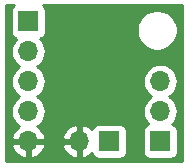
<source format=gbl>
G04 #@! TF.GenerationSoftware,KiCad,Pcbnew,5.1.2-f72e74a~84~ubuntu16.04.1*
G04 #@! TF.CreationDate,2019-07-19T18:16:20+01:00*
G04 #@! TF.ProjectId,DigitalPot,44696769-7461-46c5-906f-742e6b696361,rev?*
G04 #@! TF.SameCoordinates,Original*
G04 #@! TF.FileFunction,Copper,L2,Bot*
G04 #@! TF.FilePolarity,Positive*
%FSLAX46Y46*%
G04 Gerber Fmt 4.6, Leading zero omitted, Abs format (unit mm)*
G04 Created by KiCad (PCBNEW 5.1.2-f72e74a~84~ubuntu16.04.1) date 2019-07-19 18:16:20*
%MOMM*%
%LPD*%
G04 APERTURE LIST*
%ADD10R,1.700000X1.700000*%
%ADD11O,1.700000X1.700000*%
%ADD12C,0.254000*%
G04 APERTURE END LIST*
D10*
X151892000Y-73914000D03*
D11*
X149352000Y-73914000D03*
D10*
X145034000Y-63754000D03*
D11*
X145034000Y-66294000D03*
X145034000Y-68834000D03*
X145034000Y-71374000D03*
X145034000Y-73914000D03*
D10*
X156210000Y-73914000D03*
D11*
X156210000Y-71374000D03*
X156210000Y-68834000D03*
D12*
G36*
X143732815Y-62452815D02*
G01*
X143653463Y-62549506D01*
X143594498Y-62659820D01*
X143558188Y-62779518D01*
X143545928Y-62904000D01*
X143545928Y-64604000D01*
X143558188Y-64728482D01*
X143594498Y-64848180D01*
X143653463Y-64958494D01*
X143732815Y-65055185D01*
X143829506Y-65134537D01*
X143939820Y-65193502D01*
X144008687Y-65214393D01*
X143978866Y-65238866D01*
X143793294Y-65464986D01*
X143655401Y-65722966D01*
X143570487Y-66002889D01*
X143541815Y-66294000D01*
X143570487Y-66585111D01*
X143655401Y-66865034D01*
X143793294Y-67123014D01*
X143978866Y-67349134D01*
X144204986Y-67534706D01*
X144259791Y-67564000D01*
X144204986Y-67593294D01*
X143978866Y-67778866D01*
X143793294Y-68004986D01*
X143655401Y-68262966D01*
X143570487Y-68542889D01*
X143541815Y-68834000D01*
X143570487Y-69125111D01*
X143655401Y-69405034D01*
X143793294Y-69663014D01*
X143978866Y-69889134D01*
X144204986Y-70074706D01*
X144259791Y-70104000D01*
X144204986Y-70133294D01*
X143978866Y-70318866D01*
X143793294Y-70544986D01*
X143655401Y-70802966D01*
X143570487Y-71082889D01*
X143541815Y-71374000D01*
X143570487Y-71665111D01*
X143655401Y-71945034D01*
X143793294Y-72203014D01*
X143978866Y-72429134D01*
X144204986Y-72614706D01*
X144269523Y-72649201D01*
X144152645Y-72718822D01*
X143936412Y-72913731D01*
X143762359Y-73147080D01*
X143637175Y-73409901D01*
X143592524Y-73557110D01*
X143713845Y-73787000D01*
X144907000Y-73787000D01*
X144907000Y-73767000D01*
X145161000Y-73767000D01*
X145161000Y-73787000D01*
X146354155Y-73787000D01*
X146475476Y-73557110D01*
X146475476Y-73557109D01*
X147910519Y-73557109D01*
X148031186Y-73787000D01*
X149225000Y-73787000D01*
X149225000Y-72593845D01*
X149479000Y-72593845D01*
X149479000Y-73787000D01*
X149499000Y-73787000D01*
X149499000Y-74041000D01*
X149479000Y-74041000D01*
X149479000Y-75234155D01*
X149708890Y-75355476D01*
X149856099Y-75310825D01*
X150118920Y-75185641D01*
X150352269Y-75011588D01*
X150428034Y-74927534D01*
X150452498Y-75008180D01*
X150511463Y-75118494D01*
X150590815Y-75215185D01*
X150687506Y-75294537D01*
X150797820Y-75353502D01*
X150917518Y-75389812D01*
X151042000Y-75402072D01*
X152742000Y-75402072D01*
X152866482Y-75389812D01*
X152986180Y-75353502D01*
X153096494Y-75294537D01*
X153193185Y-75215185D01*
X153272537Y-75118494D01*
X153331502Y-75008180D01*
X153367812Y-74888482D01*
X153380072Y-74764000D01*
X153380072Y-73064000D01*
X153367812Y-72939518D01*
X153331502Y-72819820D01*
X153272537Y-72709506D01*
X153193185Y-72612815D01*
X153096494Y-72533463D01*
X152986180Y-72474498D01*
X152866482Y-72438188D01*
X152742000Y-72425928D01*
X151042000Y-72425928D01*
X150917518Y-72438188D01*
X150797820Y-72474498D01*
X150687506Y-72533463D01*
X150590815Y-72612815D01*
X150511463Y-72709506D01*
X150452498Y-72819820D01*
X150428034Y-72900466D01*
X150352269Y-72816412D01*
X150118920Y-72642359D01*
X149856099Y-72517175D01*
X149708890Y-72472524D01*
X149479000Y-72593845D01*
X149225000Y-72593845D01*
X148995110Y-72472524D01*
X148847901Y-72517175D01*
X148585080Y-72642359D01*
X148351731Y-72816412D01*
X148156822Y-73032645D01*
X148007843Y-73282748D01*
X147910519Y-73557109D01*
X146475476Y-73557109D01*
X146430825Y-73409901D01*
X146305641Y-73147080D01*
X146131588Y-72913731D01*
X145915355Y-72718822D01*
X145798477Y-72649201D01*
X145863014Y-72614706D01*
X146089134Y-72429134D01*
X146274706Y-72203014D01*
X146412599Y-71945034D01*
X146497513Y-71665111D01*
X146526185Y-71374000D01*
X146497513Y-71082889D01*
X146412599Y-70802966D01*
X146274706Y-70544986D01*
X146089134Y-70318866D01*
X145863014Y-70133294D01*
X145808209Y-70104000D01*
X145863014Y-70074706D01*
X146089134Y-69889134D01*
X146274706Y-69663014D01*
X146412599Y-69405034D01*
X146497513Y-69125111D01*
X146526185Y-68834000D01*
X154717815Y-68834000D01*
X154746487Y-69125111D01*
X154831401Y-69405034D01*
X154969294Y-69663014D01*
X155154866Y-69889134D01*
X155380986Y-70074706D01*
X155435791Y-70104000D01*
X155380986Y-70133294D01*
X155154866Y-70318866D01*
X154969294Y-70544986D01*
X154831401Y-70802966D01*
X154746487Y-71082889D01*
X154717815Y-71374000D01*
X154746487Y-71665111D01*
X154831401Y-71945034D01*
X154969294Y-72203014D01*
X155154866Y-72429134D01*
X155184687Y-72453607D01*
X155115820Y-72474498D01*
X155005506Y-72533463D01*
X154908815Y-72612815D01*
X154829463Y-72709506D01*
X154770498Y-72819820D01*
X154734188Y-72939518D01*
X154721928Y-73064000D01*
X154721928Y-74764000D01*
X154734188Y-74888482D01*
X154770498Y-75008180D01*
X154829463Y-75118494D01*
X154908815Y-75215185D01*
X155005506Y-75294537D01*
X155115820Y-75353502D01*
X155235518Y-75389812D01*
X155360000Y-75402072D01*
X157060000Y-75402072D01*
X157184482Y-75389812D01*
X157304180Y-75353502D01*
X157414494Y-75294537D01*
X157511185Y-75215185D01*
X157590537Y-75118494D01*
X157649502Y-75008180D01*
X157685812Y-74888482D01*
X157698072Y-74764000D01*
X157698072Y-73064000D01*
X157685812Y-72939518D01*
X157649502Y-72819820D01*
X157590537Y-72709506D01*
X157511185Y-72612815D01*
X157414494Y-72533463D01*
X157304180Y-72474498D01*
X157235313Y-72453607D01*
X157265134Y-72429134D01*
X157450706Y-72203014D01*
X157588599Y-71945034D01*
X157673513Y-71665111D01*
X157702185Y-71374000D01*
X157673513Y-71082889D01*
X157588599Y-70802966D01*
X157450706Y-70544986D01*
X157265134Y-70318866D01*
X157039014Y-70133294D01*
X156984209Y-70104000D01*
X157039014Y-70074706D01*
X157265134Y-69889134D01*
X157450706Y-69663014D01*
X157588599Y-69405034D01*
X157673513Y-69125111D01*
X157702185Y-68834000D01*
X157673513Y-68542889D01*
X157588599Y-68262966D01*
X157450706Y-68004986D01*
X157265134Y-67778866D01*
X157039014Y-67593294D01*
X156781034Y-67455401D01*
X156501111Y-67370487D01*
X156282950Y-67349000D01*
X156137050Y-67349000D01*
X155918889Y-67370487D01*
X155638966Y-67455401D01*
X155380986Y-67593294D01*
X155154866Y-67778866D01*
X154969294Y-68004986D01*
X154831401Y-68262966D01*
X154746487Y-68542889D01*
X154717815Y-68834000D01*
X146526185Y-68834000D01*
X146497513Y-68542889D01*
X146412599Y-68262966D01*
X146274706Y-68004986D01*
X146089134Y-67778866D01*
X145863014Y-67593294D01*
X145808209Y-67564000D01*
X145863014Y-67534706D01*
X146089134Y-67349134D01*
X146274706Y-67123014D01*
X146412599Y-66865034D01*
X146497513Y-66585111D01*
X146526185Y-66294000D01*
X146497513Y-66002889D01*
X146412599Y-65722966D01*
X146274706Y-65464986D01*
X146089134Y-65238866D01*
X146059313Y-65214393D01*
X146128180Y-65193502D01*
X146238494Y-65134537D01*
X146335185Y-65055185D01*
X146414537Y-64958494D01*
X146473502Y-64848180D01*
X146509812Y-64728482D01*
X146522072Y-64604000D01*
X146522072Y-64345117D01*
X154221000Y-64345117D01*
X154221000Y-64686883D01*
X154287675Y-65022081D01*
X154418463Y-65337831D01*
X154608337Y-65621998D01*
X154850002Y-65863663D01*
X155134169Y-66053537D01*
X155449919Y-66184325D01*
X155785117Y-66251000D01*
X156126883Y-66251000D01*
X156462081Y-66184325D01*
X156777831Y-66053537D01*
X157061998Y-65863663D01*
X157303663Y-65621998D01*
X157493537Y-65337831D01*
X157624325Y-65022081D01*
X157691000Y-64686883D01*
X157691000Y-64345117D01*
X157624325Y-64009919D01*
X157493537Y-63694169D01*
X157303663Y-63410002D01*
X157061998Y-63168337D01*
X156777831Y-62978463D01*
X156462081Y-62847675D01*
X156126883Y-62781000D01*
X155785117Y-62781000D01*
X155449919Y-62847675D01*
X155134169Y-62978463D01*
X154850002Y-63168337D01*
X154608337Y-63410002D01*
X154418463Y-63694169D01*
X154287675Y-64009919D01*
X154221000Y-64345117D01*
X146522072Y-64345117D01*
X146522072Y-62904000D01*
X146509812Y-62779518D01*
X146473502Y-62659820D01*
X146414537Y-62549506D01*
X146335185Y-62452815D01*
X146248896Y-62382000D01*
X158090000Y-62382000D01*
X158090001Y-75540000D01*
X143154000Y-75540000D01*
X143154000Y-74270890D01*
X143592524Y-74270890D01*
X143637175Y-74418099D01*
X143762359Y-74680920D01*
X143936412Y-74914269D01*
X144152645Y-75109178D01*
X144402748Y-75258157D01*
X144677109Y-75355481D01*
X144907000Y-75234814D01*
X144907000Y-74041000D01*
X145161000Y-74041000D01*
X145161000Y-75234814D01*
X145390891Y-75355481D01*
X145665252Y-75258157D01*
X145915355Y-75109178D01*
X146131588Y-74914269D01*
X146305641Y-74680920D01*
X146430825Y-74418099D01*
X146475475Y-74270891D01*
X147910519Y-74270891D01*
X148007843Y-74545252D01*
X148156822Y-74795355D01*
X148351731Y-75011588D01*
X148585080Y-75185641D01*
X148847901Y-75310825D01*
X148995110Y-75355476D01*
X149225000Y-75234155D01*
X149225000Y-74041000D01*
X148031186Y-74041000D01*
X147910519Y-74270891D01*
X146475475Y-74270891D01*
X146475476Y-74270890D01*
X146354155Y-74041000D01*
X145161000Y-74041000D01*
X144907000Y-74041000D01*
X143713845Y-74041000D01*
X143592524Y-74270890D01*
X143154000Y-74270890D01*
X143154000Y-62382000D01*
X143819104Y-62382000D01*
X143732815Y-62452815D01*
X143732815Y-62452815D01*
G37*
X143732815Y-62452815D02*
X143653463Y-62549506D01*
X143594498Y-62659820D01*
X143558188Y-62779518D01*
X143545928Y-62904000D01*
X143545928Y-64604000D01*
X143558188Y-64728482D01*
X143594498Y-64848180D01*
X143653463Y-64958494D01*
X143732815Y-65055185D01*
X143829506Y-65134537D01*
X143939820Y-65193502D01*
X144008687Y-65214393D01*
X143978866Y-65238866D01*
X143793294Y-65464986D01*
X143655401Y-65722966D01*
X143570487Y-66002889D01*
X143541815Y-66294000D01*
X143570487Y-66585111D01*
X143655401Y-66865034D01*
X143793294Y-67123014D01*
X143978866Y-67349134D01*
X144204986Y-67534706D01*
X144259791Y-67564000D01*
X144204986Y-67593294D01*
X143978866Y-67778866D01*
X143793294Y-68004986D01*
X143655401Y-68262966D01*
X143570487Y-68542889D01*
X143541815Y-68834000D01*
X143570487Y-69125111D01*
X143655401Y-69405034D01*
X143793294Y-69663014D01*
X143978866Y-69889134D01*
X144204986Y-70074706D01*
X144259791Y-70104000D01*
X144204986Y-70133294D01*
X143978866Y-70318866D01*
X143793294Y-70544986D01*
X143655401Y-70802966D01*
X143570487Y-71082889D01*
X143541815Y-71374000D01*
X143570487Y-71665111D01*
X143655401Y-71945034D01*
X143793294Y-72203014D01*
X143978866Y-72429134D01*
X144204986Y-72614706D01*
X144269523Y-72649201D01*
X144152645Y-72718822D01*
X143936412Y-72913731D01*
X143762359Y-73147080D01*
X143637175Y-73409901D01*
X143592524Y-73557110D01*
X143713845Y-73787000D01*
X144907000Y-73787000D01*
X144907000Y-73767000D01*
X145161000Y-73767000D01*
X145161000Y-73787000D01*
X146354155Y-73787000D01*
X146475476Y-73557110D01*
X146475476Y-73557109D01*
X147910519Y-73557109D01*
X148031186Y-73787000D01*
X149225000Y-73787000D01*
X149225000Y-72593845D01*
X149479000Y-72593845D01*
X149479000Y-73787000D01*
X149499000Y-73787000D01*
X149499000Y-74041000D01*
X149479000Y-74041000D01*
X149479000Y-75234155D01*
X149708890Y-75355476D01*
X149856099Y-75310825D01*
X150118920Y-75185641D01*
X150352269Y-75011588D01*
X150428034Y-74927534D01*
X150452498Y-75008180D01*
X150511463Y-75118494D01*
X150590815Y-75215185D01*
X150687506Y-75294537D01*
X150797820Y-75353502D01*
X150917518Y-75389812D01*
X151042000Y-75402072D01*
X152742000Y-75402072D01*
X152866482Y-75389812D01*
X152986180Y-75353502D01*
X153096494Y-75294537D01*
X153193185Y-75215185D01*
X153272537Y-75118494D01*
X153331502Y-75008180D01*
X153367812Y-74888482D01*
X153380072Y-74764000D01*
X153380072Y-73064000D01*
X153367812Y-72939518D01*
X153331502Y-72819820D01*
X153272537Y-72709506D01*
X153193185Y-72612815D01*
X153096494Y-72533463D01*
X152986180Y-72474498D01*
X152866482Y-72438188D01*
X152742000Y-72425928D01*
X151042000Y-72425928D01*
X150917518Y-72438188D01*
X150797820Y-72474498D01*
X150687506Y-72533463D01*
X150590815Y-72612815D01*
X150511463Y-72709506D01*
X150452498Y-72819820D01*
X150428034Y-72900466D01*
X150352269Y-72816412D01*
X150118920Y-72642359D01*
X149856099Y-72517175D01*
X149708890Y-72472524D01*
X149479000Y-72593845D01*
X149225000Y-72593845D01*
X148995110Y-72472524D01*
X148847901Y-72517175D01*
X148585080Y-72642359D01*
X148351731Y-72816412D01*
X148156822Y-73032645D01*
X148007843Y-73282748D01*
X147910519Y-73557109D01*
X146475476Y-73557109D01*
X146430825Y-73409901D01*
X146305641Y-73147080D01*
X146131588Y-72913731D01*
X145915355Y-72718822D01*
X145798477Y-72649201D01*
X145863014Y-72614706D01*
X146089134Y-72429134D01*
X146274706Y-72203014D01*
X146412599Y-71945034D01*
X146497513Y-71665111D01*
X146526185Y-71374000D01*
X146497513Y-71082889D01*
X146412599Y-70802966D01*
X146274706Y-70544986D01*
X146089134Y-70318866D01*
X145863014Y-70133294D01*
X145808209Y-70104000D01*
X145863014Y-70074706D01*
X146089134Y-69889134D01*
X146274706Y-69663014D01*
X146412599Y-69405034D01*
X146497513Y-69125111D01*
X146526185Y-68834000D01*
X154717815Y-68834000D01*
X154746487Y-69125111D01*
X154831401Y-69405034D01*
X154969294Y-69663014D01*
X155154866Y-69889134D01*
X155380986Y-70074706D01*
X155435791Y-70104000D01*
X155380986Y-70133294D01*
X155154866Y-70318866D01*
X154969294Y-70544986D01*
X154831401Y-70802966D01*
X154746487Y-71082889D01*
X154717815Y-71374000D01*
X154746487Y-71665111D01*
X154831401Y-71945034D01*
X154969294Y-72203014D01*
X155154866Y-72429134D01*
X155184687Y-72453607D01*
X155115820Y-72474498D01*
X155005506Y-72533463D01*
X154908815Y-72612815D01*
X154829463Y-72709506D01*
X154770498Y-72819820D01*
X154734188Y-72939518D01*
X154721928Y-73064000D01*
X154721928Y-74764000D01*
X154734188Y-74888482D01*
X154770498Y-75008180D01*
X154829463Y-75118494D01*
X154908815Y-75215185D01*
X155005506Y-75294537D01*
X155115820Y-75353502D01*
X155235518Y-75389812D01*
X155360000Y-75402072D01*
X157060000Y-75402072D01*
X157184482Y-75389812D01*
X157304180Y-75353502D01*
X157414494Y-75294537D01*
X157511185Y-75215185D01*
X157590537Y-75118494D01*
X157649502Y-75008180D01*
X157685812Y-74888482D01*
X157698072Y-74764000D01*
X157698072Y-73064000D01*
X157685812Y-72939518D01*
X157649502Y-72819820D01*
X157590537Y-72709506D01*
X157511185Y-72612815D01*
X157414494Y-72533463D01*
X157304180Y-72474498D01*
X157235313Y-72453607D01*
X157265134Y-72429134D01*
X157450706Y-72203014D01*
X157588599Y-71945034D01*
X157673513Y-71665111D01*
X157702185Y-71374000D01*
X157673513Y-71082889D01*
X157588599Y-70802966D01*
X157450706Y-70544986D01*
X157265134Y-70318866D01*
X157039014Y-70133294D01*
X156984209Y-70104000D01*
X157039014Y-70074706D01*
X157265134Y-69889134D01*
X157450706Y-69663014D01*
X157588599Y-69405034D01*
X157673513Y-69125111D01*
X157702185Y-68834000D01*
X157673513Y-68542889D01*
X157588599Y-68262966D01*
X157450706Y-68004986D01*
X157265134Y-67778866D01*
X157039014Y-67593294D01*
X156781034Y-67455401D01*
X156501111Y-67370487D01*
X156282950Y-67349000D01*
X156137050Y-67349000D01*
X155918889Y-67370487D01*
X155638966Y-67455401D01*
X155380986Y-67593294D01*
X155154866Y-67778866D01*
X154969294Y-68004986D01*
X154831401Y-68262966D01*
X154746487Y-68542889D01*
X154717815Y-68834000D01*
X146526185Y-68834000D01*
X146497513Y-68542889D01*
X146412599Y-68262966D01*
X146274706Y-68004986D01*
X146089134Y-67778866D01*
X145863014Y-67593294D01*
X145808209Y-67564000D01*
X145863014Y-67534706D01*
X146089134Y-67349134D01*
X146274706Y-67123014D01*
X146412599Y-66865034D01*
X146497513Y-66585111D01*
X146526185Y-66294000D01*
X146497513Y-66002889D01*
X146412599Y-65722966D01*
X146274706Y-65464986D01*
X146089134Y-65238866D01*
X146059313Y-65214393D01*
X146128180Y-65193502D01*
X146238494Y-65134537D01*
X146335185Y-65055185D01*
X146414537Y-64958494D01*
X146473502Y-64848180D01*
X146509812Y-64728482D01*
X146522072Y-64604000D01*
X146522072Y-64345117D01*
X154221000Y-64345117D01*
X154221000Y-64686883D01*
X154287675Y-65022081D01*
X154418463Y-65337831D01*
X154608337Y-65621998D01*
X154850002Y-65863663D01*
X155134169Y-66053537D01*
X155449919Y-66184325D01*
X155785117Y-66251000D01*
X156126883Y-66251000D01*
X156462081Y-66184325D01*
X156777831Y-66053537D01*
X157061998Y-65863663D01*
X157303663Y-65621998D01*
X157493537Y-65337831D01*
X157624325Y-65022081D01*
X157691000Y-64686883D01*
X157691000Y-64345117D01*
X157624325Y-64009919D01*
X157493537Y-63694169D01*
X157303663Y-63410002D01*
X157061998Y-63168337D01*
X156777831Y-62978463D01*
X156462081Y-62847675D01*
X156126883Y-62781000D01*
X155785117Y-62781000D01*
X155449919Y-62847675D01*
X155134169Y-62978463D01*
X154850002Y-63168337D01*
X154608337Y-63410002D01*
X154418463Y-63694169D01*
X154287675Y-64009919D01*
X154221000Y-64345117D01*
X146522072Y-64345117D01*
X146522072Y-62904000D01*
X146509812Y-62779518D01*
X146473502Y-62659820D01*
X146414537Y-62549506D01*
X146335185Y-62452815D01*
X146248896Y-62382000D01*
X158090000Y-62382000D01*
X158090001Y-75540000D01*
X143154000Y-75540000D01*
X143154000Y-74270890D01*
X143592524Y-74270890D01*
X143637175Y-74418099D01*
X143762359Y-74680920D01*
X143936412Y-74914269D01*
X144152645Y-75109178D01*
X144402748Y-75258157D01*
X144677109Y-75355481D01*
X144907000Y-75234814D01*
X144907000Y-74041000D01*
X145161000Y-74041000D01*
X145161000Y-75234814D01*
X145390891Y-75355481D01*
X145665252Y-75258157D01*
X145915355Y-75109178D01*
X146131588Y-74914269D01*
X146305641Y-74680920D01*
X146430825Y-74418099D01*
X146475475Y-74270891D01*
X147910519Y-74270891D01*
X148007843Y-74545252D01*
X148156822Y-74795355D01*
X148351731Y-75011588D01*
X148585080Y-75185641D01*
X148847901Y-75310825D01*
X148995110Y-75355476D01*
X149225000Y-75234155D01*
X149225000Y-74041000D01*
X148031186Y-74041000D01*
X147910519Y-74270891D01*
X146475475Y-74270891D01*
X146475476Y-74270890D01*
X146354155Y-74041000D01*
X145161000Y-74041000D01*
X144907000Y-74041000D01*
X143713845Y-74041000D01*
X143592524Y-74270890D01*
X143154000Y-74270890D01*
X143154000Y-62382000D01*
X143819104Y-62382000D01*
X143732815Y-62452815D01*
M02*

</source>
